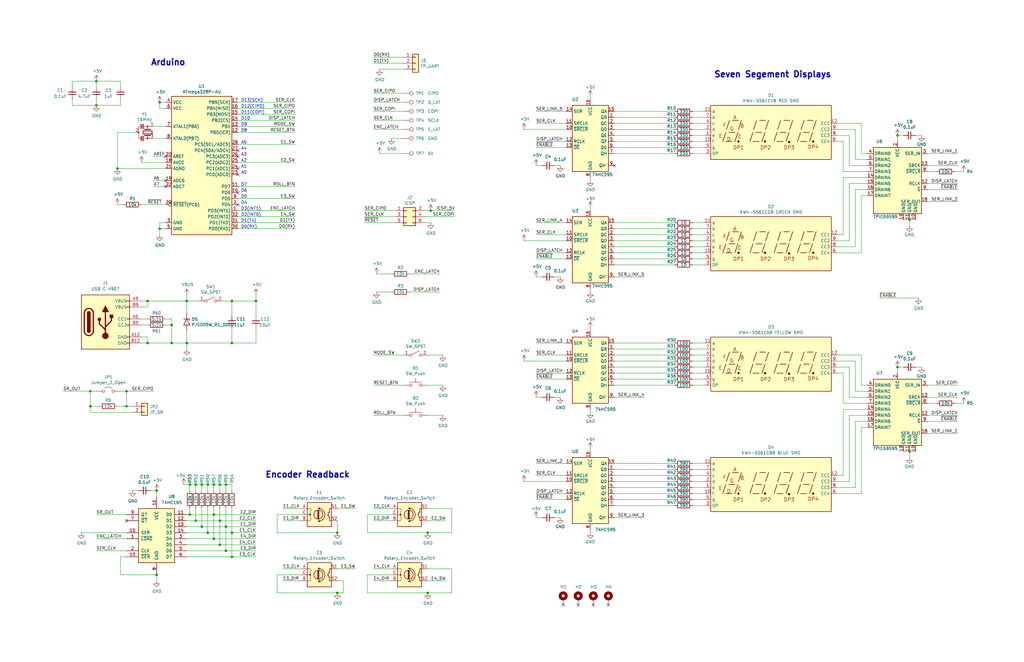
<source format=kicad_sch>
(kicad_sch (version 20231120) (generator "eeschema") (generator_version "8.0")
  (paper "USLedger")
  (title_block (title "Magic: The Gathering Life Counter") (date "2021-12-08") (rev "2.0") (company "Max Proskauer"))
  (junction (at 38.1 165.1))
  (junction (at 92.71 229.87))
  (junction (at 97.79 127))
  (junction (at 85.09 222.25))
  (junction (at 82.55 204.47))
  (junction (at 107.95 127))
  (junction (at 80.01 217.17))
  (junction (at 90.17 204.47))
  (junction (at 142.24 224.79))
  (junction (at 78.74 144.78))
  (junction (at 181.61 88.9))
  (junction (at 72.39 137.16))
  (junction (at 87.63 224.79))
  (junction (at 78.74 127))
  (junction (at 378.46 57.15))
  (junction (at 72.39 144.78))
  (junction (at 38.1 171.45))
  (junction (at 378.46 154.94))
  (junction (at 97.79 144.78))
  (junction (at 92.71 204.47))
  (junction (at 85.09 204.47))
  (junction (at 180.34 224.79))
  (junction (at 97.79 234.95))
  (junction (at 53.34 171.45))
  (junction (at 82.55 219.71))
  (junction (at 90.17 217.17))
  (junction (at 62.23 144.78))
  (junction (at 95.25 232.41))
  (junction (at 49.53 71.12))
  (junction (at 87.63 204.47))
  (junction (at 67.31 96.52))
  (junction (at 40.64 34.29))
  (junction (at 92.71 219.71))
  (junction (at 40.64 44.45))
  (junction (at 90.17 227.33))
  (junction (at 66.04 242.57))
  (junction (at 62.23 127))
  (junction (at 383.54 190.5))
  (junction (at 53.34 165.1))
  (junction (at 383.54 92.71))
  (junction (at 97.79 224.79))
  (junction (at 95.25 222.25))
  (junction (at 67.31 43.18))
  (junction (at 180.34 250.19))
  (junction (at 80.01 204.47))
  (junction (at 95.25 204.47))
  (junction (at 142.24 250.19))
  (junction (at 66.04 207.01))
  (no_connect (at 243.84 255.27))
  (no_connect (at 69.85 78.74))
  (no_connect (at 100.33 81.28))
  (no_connect (at 256.54 255.27))
  (no_connect (at 100.33 73.66))
  (no_connect (at 69.85 76.2))
  (no_connect (at 53.34 219.71))
  (no_connect (at 100.33 71.12))
  (no_connect (at 237.49 255.27))
  (no_connect (at 259.08 69.85))
  (no_connect (at 100.33 86.36))
  (no_connect (at 100.33 66.04))
  (no_connect (at 100.33 63.5))
  (no_connect (at 69.85 66.04))
  (no_connect (at 250.19 255.27))
  (wire (pts (xy 365.76 74.93) (xy 355.6 74.93)))
  (wire (pts (xy 358.14 69.85) (xy 365.76 69.85)))
  (wire (pts (xy 50.8 34.29) (xy 50.8 36.83)))
  (wire (pts (xy 292.1 59.69) (xy 297.18 59.69)))
  (wire (pts (xy 360.68 152.4) (xy 360.68 165.1)))
  (wire (pts (xy 40.64 34.29) (xy 40.64 36.83)))
  (wire (pts (xy 124.46 88.9) (xy 100.33 88.9)))
  (wire (pts (xy 142.24 214.63) (xy 149.86 214.63)))
  (wire (pts (xy 50.8 242.57) (xy 66.04 242.57)))
  (wire (pts (xy 226.06 210.82) (xy 238.76 210.82)))
  (wire (pts (xy 49.53 86.36) (xy 52.07 86.36)))
  (wire (pts (xy 30.48 34.29) (xy 40.64 34.29)))
  (wire (pts (xy 157.48 162.56) (xy 170.18 162.56)))
  (wire (pts (xy 353.06 104.14) (xy 360.68 104.14)))
  (wire (pts (xy 107.95 234.95) (xy 97.79 234.95)))
  (wire (pts (xy 259.08 205.74) (xy 284.48 205.74)))
  (wire (pts (xy 292.1 208.28) (xy 297.18 208.28)))
  (wire (pts (xy 80.01 204.47) (xy 80.01 207.01)))
  (wire (pts (xy 226.06 59.69) (xy 238.76 59.69)))
  (wire (pts (xy 50.8 41.91) (xy 50.8 44.45)))
  (wire (pts (xy 226.06 208.28) (xy 238.76 208.28)))
  (wire (pts (xy 97.79 224.79) (xy 107.95 224.79)))
  (wire (pts (xy 95.25 232.41) (xy 107.95 232.41)))
  (wire (pts (xy 226.06 52.07) (xy 238.76 52.07)))
  (wire (pts (xy 85.09 207.01) (xy 85.09 204.47)))
  (wire (pts (xy 154.94 242.57) (xy 165.1 242.57)))
  (wire (pts (xy 72.39 134.62) (xy 72.39 137.16)))
  (wire (pts (xy 41.91 171.45) (xy 38.1 171.45)))
  (wire (pts (xy 259.08 49.53) (xy 284.48 49.53)))
  (wire (pts (xy 62.23 127) (xy 62.23 129.54)))
  (wire (pts (xy 59.69 144.78) (xy 62.23 144.78)))
  (wire (pts (xy 259.08 46.99) (xy 284.48 46.99)))
  (wire (pts (xy 92.71 204.47) (xy 92.71 207.01)))
  (wire (pts (xy 259.08 109.22) (xy 284.48 109.22)))
  (wire (pts (xy 95.25 204.47) (xy 95.25 207.01)))
  (wire (pts (xy 80.01 204.47) (xy 82.55 204.47)))
  (wire (pts (xy 353.06 157.48) (xy 355.6 157.48)))
  (wire (pts (xy 107.95 138.43) (xy 107.95 144.78)))
  (wire (pts (xy 259.08 104.14) (xy 284.48 104.14)))
  (wire (pts (xy 92.71 219.71) (xy 92.71 229.87)))
  (wire (pts (xy 226.06 167.64) (xy 228.6 167.64)))
  (wire (pts (xy 355.6 74.93) (xy 355.6 99.06)))
  (wire (pts (xy 62.23 127) (xy 78.74 127)))
  (wire (pts (xy 259.08 154.94) (xy 284.48 154.94)))
  (wire (pts (xy 360.68 165.1) (xy 365.76 165.1)))
  (wire (pts (xy 77.47 204.47) (xy 80.01 204.47)))
  (wire (pts (xy 72.39 137.16) (xy 72.39 144.78)))
  (wire (pts (xy 144.78 245.11) (xy 144.78 250.19)))
  (wire (pts (xy 248.92 87.63) (xy 248.92 88.9)))
  (wire (pts (xy 124.46 78.74) (xy 100.33 78.74)))
  (wire (pts (xy 116.84 217.17) (xy 127 217.17)))
  (wire (pts (xy 119.38 214.63) (xy 127 214.63)))
  (wire (pts (xy 157.48 24.13) (xy 170.18 24.13)))
  (wire (pts (xy 50.8 44.45) (xy 40.64 44.45)))
  (wire (pts (xy 82.55 204.47) (xy 85.09 204.47)))
  (wire (pts (xy 157.48 240.03) (xy 165.1 240.03)))
  (wire (pts (xy 358.14 57.15) (xy 353.06 57.15)))
  (wire (pts (xy 353.06 101.6) (xy 358.14 101.6)))
  (wire (pts (xy 378.46 57.15) (xy 381 57.15)))
  (wire (pts (xy 226.06 62.23) (xy 238.76 62.23)))
  (wire (pts (xy 69.85 137.16) (xy 72.39 137.16)))
  (wire (pts (xy 78.74 124.46) (xy 78.74 127)))
  (wire (pts (xy 78.74 219.71) (xy 82.55 219.71)))
  (wire (pts (xy 180.34 175.26) (xy 186.69 175.26)))
  (wire (pts (xy 90.17 217.17) (xy 107.95 217.17)))
  (wire (pts (xy 90.17 204.47) (xy 92.71 204.47)))
  (wire (pts (xy 78.74 127) (xy 78.74 132.08)))
  (wire (pts (xy 353.06 200.66) (xy 355.6 200.66)))
  (wire (pts (xy 180.34 149.86) (xy 186.69 149.86)))
  (wire (pts (xy 358.14 167.64) (xy 365.76 167.64)))
  (wire (pts (xy 292.1 96.52) (xy 297.18 96.52)))
  (wire (pts (xy 64.77 53.34) (xy 69.85 53.34)))
  (wire (pts (xy 190.5 240.03) (xy 190.5 250.19)))
  (wire (pts (xy 38.1 165.1) (xy 26.67 165.1)))
  (wire (pts (xy 191.77 91.44) (xy 179.07 91.44)))
  (wire (pts (xy 248.92 223.52) (xy 248.92 224.79)))
  (wire (pts (xy 87.63 204.47) (xy 90.17 204.47)))
  (wire (pts (xy 40.64 165.1) (xy 38.1 165.1)))
  (wire (pts (xy 226.06 93.98) (xy 238.76 93.98)))
  (wire (pts (xy 271.78 167.64) (xy 259.08 167.64)))
  (wire (pts (xy 87.63 204.47) (xy 87.63 207.01)))
  (wire (pts (xy 160.02 64.77) (xy 170.18 64.77)))
  (wire (pts (xy 62.23 142.24) (xy 62.23 144.78)))
  (wire (pts (xy 160.02 29.21) (xy 170.18 29.21)))
  (wire (pts (xy 259.08 198.12) (xy 284.48 198.12)))
  (wire (pts (xy 259.08 116.84) (xy 271.78 116.84)))
  (wire (pts (xy 365.76 180.34) (xy 363.22 180.34)))
  (wire (pts (xy 406.4 72.39) (xy 402.59 72.39)))
  (wire (pts (xy 142.24 224.79) (xy 142.24 219.71)))
  (wire (pts (xy 67.31 96.52) (xy 67.31 93.98)))
  (wire (pts (xy 187.96 245.11) (xy 180.34 245.11)))
  (wire (pts (xy 292.1 106.68) (xy 297.18 106.68)))
  (wire (pts (xy 78.74 224.79) (xy 87.63 224.79)))
  (wire (pts (xy 220.98 152.4) (xy 238.76 152.4)))
  (wire (pts (xy 353.06 52.07) (xy 363.22 52.07)))
  (wire (pts (xy 259.08 203.2) (xy 284.48 203.2)))
  (wire (pts (xy 95.25 222.25) (xy 107.95 222.25)))
  (wire (pts (xy 153.67 88.9) (xy 166.37 88.9)))
  (wire (pts (xy 292.1 210.82) (xy 297.18 210.82)))
  (wire (pts (xy 97.79 204.47) (xy 97.79 207.01)))
  (wire (pts (xy 172.72 115.57) (xy 185.42 115.57)))
  (wire (pts (xy 87.63 224.79) (xy 97.79 224.79)))
  (wire (pts (xy 248.92 138.43) (xy 248.92 139.7)))
  (wire (pts (xy 378.46 57.15) (xy 378.46 59.69)))
  (wire (pts (xy 180.34 214.63) (xy 190.5 214.63)))
  (wire (pts (xy 292.1 144.78) (xy 297.18 144.78)))
  (wire (pts (xy 233.68 218.44) (xy 236.22 218.44)))
  (wire (pts (xy 100.33 43.18) (xy 124.46 43.18)))
  (wire (pts (xy 363.22 82.55) (xy 363.22 106.68)))
  (wire (pts (xy 259.08 200.66) (xy 284.48 200.66)))
  (wire (pts (xy 381 190.5) (xy 383.54 190.5)))
  (wire (pts (xy 363.22 64.77) (xy 365.76 64.77)))
  (wire (pts (xy 378.46 154.94) (xy 378.46 157.48)))
  (wire (pts (xy 107.95 229.87) (xy 92.71 229.87)))
  (wire (pts (xy 353.06 152.4) (xy 360.68 152.4)))
  (wire (pts (xy 355.6 172.72) (xy 355.6 200.66)))
  (wire (pts (xy 62.23 137.16) (xy 59.69 137.16)))
  (wire (pts (xy 40.64 34.29) (xy 50.8 34.29)))
  (wire (pts (xy 154.94 250.19) (xy 180.34 250.19)))
  (wire (pts (xy 93.98 127) (xy 97.79 127)))
  (wire (pts (xy 92.71 204.47) (xy 95.25 204.47)))
  (wire (pts (xy 64.77 76.2) (xy 69.85 76.2)))
  (wire (pts (xy 181.61 88.9) (xy 191.77 88.9)))
  (wire (pts (xy 59.69 86.36) (xy 69.85 86.36)))
  (wire (pts (xy 180.34 162.56) (xy 186.69 162.56)))
  (wire (pts (xy 259.08 210.82) (xy 284.48 210.82)))
  (wire (pts (xy 226.06 195.58) (xy 238.76 195.58)))
  (wire (pts (xy 259.08 144.78) (xy 284.48 144.78)))
  (wire (pts (xy 144.78 250.19) (xy 142.24 250.19)))
  (wire (pts (xy 386.08 92.71) (xy 383.54 92.71)))
  (wire (pts (xy 360.68 177.8) (xy 360.68 205.74)))
  (wire (pts (xy 226.06 106.68) (xy 238.76 106.68)))
  (wire (pts (xy 158.75 115.57) (xy 165.1 115.57)))
  (wire (pts (xy 142.24 245.11) (xy 144.78 245.11)))
  (wire (pts (xy 248.92 40.64) (xy 248.92 41.91)))
  (wire (pts (xy 292.1 52.07) (xy 297.18 52.07)))
  (wire (pts (xy 92.71 219.71) (xy 107.95 219.71)))
  (wire (pts (xy 116.84 217.17) (xy 116.84 224.79)))
  (wire (pts (xy 259.08 208.28) (xy 284.48 208.28)))
  (wire (pts (xy 403.86 64.77) (xy 391.16 64.77)))
  (wire (pts (xy 100.33 96.52) (xy 124.46 96.52)))
  (wire (pts (xy 97.79 224.79) (xy 97.79 234.95)))
  (wire (pts (xy 233.68 116.84) (xy 236.22 116.84)))
  (wire (pts (xy 116.84 224.79) (xy 142.24 224.79)))
  (wire (pts (xy 179.07 88.9) (xy 181.61 88.9)))
  (wire (pts (xy 259.08 62.23) (xy 284.48 62.23)))
  (wire (pts (xy 358.14 175.26) (xy 358.14 203.2)))
  (wire (pts (xy 383.54 92.71) (xy 383.54 95.25)))
  (wire (pts (xy 30.48 36.83) (xy 30.48 34.29)))
  (wire (pts (xy 95.25 214.63) (xy 95.25 222.25)))
  (wire (pts (xy 67.31 43.18) (xy 69.85 43.18)))
  (wire (pts (xy 119.38 240.03) (xy 127 240.03)))
  (wire (pts (xy 38.1 171.45) (xy 38.1 173.99)))
  (wire (pts (xy 378.46 154.94) (xy 381 154.94)))
  (wire (pts (xy 383.54 92.71) (xy 381 92.71)))
  (wire (pts (xy 40.64 217.17) (xy 53.34 217.17)))
  (wire (pts (xy 363.22 52.07) (xy 363.22 64.77)))
  (wire (pts (xy 67.31 93.98) (xy 69.85 93.98)))
  (wire (pts (xy 50.8 165.1) (xy 53.34 165.1)))
  (wire (pts (xy 259.08 213.36) (xy 284.48 213.36)))
  (wire (pts (xy 360.68 54.61) (xy 360.68 67.31)))
  (wire (pts (xy 238.76 101.6) (xy 220.98 101.6)))
  (wire (pts (xy 259.08 54.61) (xy 284.48 54.61)))
  (wire (pts (xy 170.18 26.67) (xy 157.48 26.67)))
  (wire (pts (xy 292.1 198.12) (xy 297.18 198.12)))
  (wire (pts (xy 259.08 111.76) (xy 284.48 111.76)))
  (wire (pts (xy 157.48 54.61) (xy 170.18 54.61)))
  (wire (pts (xy 292.1 157.48) (xy 297.18 157.48)))
  (wire (pts (xy 154.94 217.17) (xy 154.94 224.79)))
  (wire (pts (xy 292.1 205.74) (xy 297.18 205.74)))
  (wire (pts (xy 292.1 152.4) (xy 297.18 152.4)))
  (wire (pts (xy 124.46 83.82) (xy 100.33 83.82)))
  (wire (pts (xy 292.1 101.6) (xy 297.18 101.6)))
  (wire (pts (xy 391.16 69.85) (xy 403.86 69.85)))
  (wire (pts (xy 226.06 69.85) (xy 228.6 69.85)))
  (wire (pts (xy 40.64 44.45) (xy 40.64 41.91)))
  (wire (pts (xy 292.1 162.56) (xy 297.18 162.56)))
  (wire (pts (xy 100.33 68.58) (xy 124.46 68.58)))
  (wire (pts (xy 49.53 71.12) (xy 49.53 55.88)))
  (wire (pts (xy 67.31 43.18) (xy 67.31 45.72)))
  (wire (pts (xy 190.5 224.79) (xy 180.34 224.79)))
  (wire (pts (xy 292.1 64.77) (xy 297.18 64.77)))
  (wire (pts (xy 353.06 208.28) (xy 363.22 208.28)))
  (wire (pts (xy 100.33 91.44) (xy 124.46 91.44)))
  (wire (pts (xy 157.48 43.18) (xy 170.18 43.18)))
  (wire (pts (xy 78.74 234.95) (xy 97.79 234.95)))
  (wire (pts (xy 64.77 66.04) (xy 69.85 66.04)))
  (wire (pts (xy 59.69 142.24) (xy 62.23 142.24)))
  (wire (pts (xy 386.08 57.15) (xy 388.62 57.15)))
  (wire (pts (xy 403.86 177.8) (xy 391.16 177.8)))
  (wire (pts (xy 403.86 182.88) (xy 391.16 182.88)))
  (wire (pts (xy 358.14 154.94) (xy 358.14 167.64)))
  (wire (pts (xy 370.84 125.73) (xy 387.35 125.73)))
  (wire (pts (xy 365.76 172.72) (xy 355.6 172.72)))
  (wire (pts (xy 259.08 99.06) (xy 284.48 99.06)))
  (wire (pts (xy 100.33 48.26) (xy 124.46 48.26)))
  (wire (pts (xy 97.79 127) (xy 107.95 127)))
  (wire (pts (xy 233.68 167.64) (xy 236.22 167.64)))
  (wire (pts (xy 353.06 205.74) (xy 360.68 205.74)))
  (wire (pts (xy 292.1 104.14) (xy 297.18 104.14)))
  (wire (pts (xy 292.1 54.61) (xy 297.18 54.61)))
  (wire (pts (xy 67.31 99.06) (xy 67.31 96.52)))
  (wire (pts (xy 116.84 242.57) (xy 127 242.57)))
  (wire (pts (xy 90.17 227.33) (xy 107.95 227.33)))
  (wire (pts (xy 248.92 74.93) (xy 248.92 76.2)))
  (wire (pts (xy 292.1 154.94) (xy 297.18 154.94)))
  (wire (pts (xy 116.84 242.57) (xy 116.84 250.19)))
  (wire (pts (xy 259.08 147.32) (xy 284.48 147.32)))
  (wire (pts (xy 92.71 214.63) (xy 92.71 219.71)))
  (wire (pts (xy 355.6 59.69) (xy 355.6 72.39)))
  (wire (pts (xy 165.1 58.42) (xy 170.18 58.42)))
  (wire (pts (xy 63.5 207.01) (xy 66.04 207.01)))
  (wire (pts (xy 292.1 203.2) (xy 297.18 203.2)))
  (wire (pts (xy 259.08 162.56) (xy 284.48 162.56)))
  (wire (pts (xy 78.74 222.25) (xy 85.09 222.25)))
  (wire (pts (xy 78.74 229.87) (xy 92.71 229.87)))
  (wire (pts (xy 49.53 71.12) (xy 69.85 71.12)))
  (wire (pts (xy 85.09 214.63) (xy 85.09 222.25)))
  (wire (pts (xy 358.14 57.15) (xy 358.14 69.85)))
  (wire (pts (xy 292.1 200.66) (xy 297.18 200.66)))
  (wire (pts (xy 259.08 195.58) (xy 284.48 195.58)))
  (wire (pts (xy 59.69 68.58) (xy 69.85 68.58)))
  (wire (pts (xy 292.1 147.32) (xy 297.18 147.32)))
  (wire (pts (xy 406.4 170.18) (xy 402.59 170.18)))
  (wire (pts (xy 34.29 224.79) (xy 53.34 224.79)))
  (wire (pts (xy 165.1 123.19) (xy 158.75 123.19)))
  (wire (pts (xy 82.55 219.71) (xy 92.71 219.71)))
  (wire (pts (xy 365.76 82.55) (xy 363.22 82.55)))
  (wire (pts (xy 157.48 46.99) (xy 170.18 46.99)))
  (wire (pts (xy 90.17 214.63) (xy 90.17 217.17)))
  (wire (pts (xy 271.78 218.44) (xy 259.08 218.44)))
  (wire (pts (xy 142.24 240.03) (xy 149.86 240.03)))
  (wire (pts (xy 62.23 129.54) (xy 59.69 129.54)))
  (wire (pts (xy 403.86 80.01) (xy 391.16 80.01)))
  (wire (pts (xy 100.33 45.72) (xy 124.46 45.72)))
  (wire (pts (xy 49.53 171.45) (xy 53.34 171.45)))
  (wire (pts (xy 226.06 46.99) (xy 238.76 46.99)))
  (wire (pts (xy 55.88 207.01) (xy 58.42 207.01)))
  (wire (pts (xy 40.64 232.41) (xy 53.34 232.41)))
  (wire (pts (xy 49.53 55.88) (xy 57.15 55.88)))
  (wire (pts (xy 78.74 127) (xy 83.82 127)))
  (wire (pts (xy 391.16 170.18) (xy 394.97 170.18)))
  (wire (pts (xy 292.1 149.86) (xy 297.18 149.86)))
  (wire (pts (xy 85.09 222.25) (xy 95.25 222.25)))
  (wire (pts (xy 157.48 245.11) (xy 165.1 245.11)))
  (wire (pts (xy 226.06 109.22) (xy 238.76 109.22)))
  (wire (pts (xy 248.92 123.19) (xy 248.92 121.92)))
  (wire (pts (xy 180.34 240.03) (xy 190.5 240.03)))
  (wire (pts (xy 360.68 177.8) (xy 365.76 177.8)))
  (wire (pts (xy 30.48 44.45) (xy 40.64 44.45)))
  (wire (pts (xy 107.95 124.46) (xy 107.95 127)))
  (wire (pts (xy 87.63 214.63) (xy 87.63 224.79)))
  (wire (pts (xy 355.6 157.48) (xy 355.6 170.18)))
  (wire (pts (xy 226.06 116.84) (xy 228.6 116.84)))
  (wire (pts (xy 90.17 217.17) (xy 90.17 227.33)))
  (wire (pts (xy 116.84 250.19) (xy 142.24 250.19)))
  (wire (pts (xy 82.55 204.47) (xy 82.55 207.01)))
  (wire (pts (xy 226.06 218.44) (xy 228.6 218.44)))
  (wire (pts (xy 248.92 172.72) (xy 248.92 173.99)))
  (wire (pts (xy 154.94 217.17) (xy 165.1 217.17)))
  (wire (pts (xy 403.86 77.47) (xy 391.16 77.47)))
  (wire (pts (xy 226.06 149.86) (xy 238.76 149.86)))
  (wire (pts (xy 157.48 214.63) (xy 165.1 214.63)))
  (wire (pts (xy 69.85 96.52) (xy 67.31 96.52)))
  (wire (pts (xy 259.08 101.6) (xy 284.48 101.6)))
  (wire (pts (xy 72.39 144.78) (xy 62.23 144.78)))
  (wire (pts (xy 355.6 59.69) (xy 353.06 59.69)))
  (wire (pts (xy 248.92 189.23) (xy 248.92 190.5)))
  (wire (pts (xy 157.48 50.8) (xy 170.18 50.8)))
  (wire (pts (xy 358.14 77.47) (xy 358.14 101.6)))
  (wire (pts (xy 82.55 214.63) (xy 82.55 219.71)))
  (wire (pts (xy 353.06 99.06) (xy 355.6 99.06)))
  (wire (pts (xy 292.1 99.06) (xy 297.18 99.06)))
  (wire (pts (xy 119.38 245.11) (xy 127 245.11)))
  (wire (pts (xy 62.23 134.62) (xy 59.69 134.62)))
  (wire (pts (xy 226.06 99.06) (xy 238.76 99.06)))
  (wire (pts (xy 292.1 160.02) (xy 297.18 160.02)))
  (wire (pts (xy 40.64 227.33) (xy 53.34 227.33)))
  (wire (pts (xy 391.16 167.64) (xy 403.86 167.64)))
  (wire (pts (xy 358.14 175.26) (xy 365.76 175.26)))
  (wire (pts (xy 100.33 50.8) (xy 124.46 50.8)))
  (wire (pts (xy 66.04 242.57) (xy 66.04 245.11)))
  (wire (pts (xy 100.33 60.96) (xy 124.46 60.96)))
  (wire (pts (xy 78.74 232.41) (xy 95.25 232.41)))
  (wire (pts (xy 360.68 80.01) (xy 360.68 104.14)))
  (wire (pts (xy 233.68 69.85) (xy 236.22 69.85)))
  (wire (pts (xy 59.69 127) (xy 62.23 127)))
  (wire (pts (xy 220.98 54.61) (xy 238.76 54.61)))
  (wire (pts (xy 53.34 165.1) (xy 64.77 165.1)))
  (wire (pts (xy 53.34 165.1) (xy 53.34 171.45)))
  (wire (pts (xy 353.06 106.68) (xy 363.22 106.68)))
  (wire (pts (xy 226.06 200.66) (xy 238.76 200.66)))
  (wire (pts (xy 97.79 138.43) (xy 97.79 144.78)))
  (wire (pts (xy 391.16 162.56) (xy 403.86 162.56)))
  (wire (pts (xy 358.14 77.47) (xy 365.76 77.47)))
  (wire (pts (xy 154.94 224.79) (xy 180.34 224.79)))
  (wire (pts (xy 238.76 203.2) (xy 220.98 203.2)))
  (wire (pts (xy 259.08 52.07) (xy 284.48 52.07)))
  (wire (pts (xy 365.76 72.39) (xy 355.6 72.39)))
  (wire (pts (xy 64.77 78.74) (xy 69.85 78.74)))
  (wire (pts (xy 292.1 49.53) (xy 297.18 49.53)))
  (wire (pts (xy 292.1 57.15) (xy 297.18 57.15)))
  (wire (pts (xy 391.16 72.39) (xy 394.97 72.39)))
  (wire (pts (xy 181.61 93.98) (xy 179.07 93.98)))
  (wire (pts (xy 50.8 234.95) (xy 50.8 242.57)))
  (wire (pts (xy 38.1 173.99) (xy 55.88 173.99)))
  (wire (pts (xy 153.67 91.44) (xy 166.37 91.44)))
  (wire (pts (xy 157.48 219.71) (xy 165.1 219.71)))
  (wire (pts (xy 259.08 59.69) (xy 284.48 59.69)))
  (wire (pts (xy 30.48 41.91) (xy 30.48 44.45)))
  (wire (pts (xy 78.74 144.78) (xy 72.39 144.78)))
  (wire (pts (xy 226.06 144.78) (xy 238.76 144.78)))
  (wire (pts (xy 259.08 149.86) (xy 284.48 149.86)))
  (wire (pts (xy 365.76 170.18) (xy 355.6 170.18)))
  (wire (pts (xy 80.01 217.17) (xy 90.17 217.17)))
  (wire (pts (xy 157.48 39.37) (xy 170.18 39.37)))
  (wire (pts (xy 226.06 157.48) (xy 238.76 157.48)))
  (wire (pts (xy 353.06 154.94) (xy 358.14 154.94)))
  (wire (pts (xy 292.1 213.36) (xy 297.18 213.36)))
  (wire (pts (xy 69.85 134.62) (xy 72.39 134.62)))
  (wire (pts (xy 292.1 46.99) (xy 297.18 46.99)))
  (wire (pts (xy 259.08 57.15) (xy 284.48 57.15)))
  (wire (pts (xy 124.46 93.98) (xy 100.33 93.98)))
  (wire (pts (xy 180.34 219.71) (xy 187.96 219.71)))
  (wire (pts (xy 259.08 96.52) (xy 284.48 96.52)))
  (wire (pts (xy 64.77 58.42) (xy 69.85 58.42)))
  (wire (pts (xy 259.08 106.68) (xy 284.48 106.68)))
  (wire (pts (xy 97.79 127) (xy 97.79 133.35)))
  (wire (pts (xy 97.79 144.78) (xy 78.74 144.78)))
  (wire (pts (xy 95.25 204.47) (xy 97.79 204.47)))
  (wire (pts (xy 78.74 227.33) (xy 90.17 227.33)))
  (wire (pts (xy 292.1 62.23) (xy 297.18 62.23)))
  (wire (pts (xy 80.01 214.63) (xy 80.01 217.17)))
  (wire (pts (xy 97.79 144.78) (xy 107.95 144.78)))
  (wire (pts (xy 95.25 222.25) (xy 95.25 232.41)))
  (wire (pts (xy 97.79 214.63) (xy 97.79 224.79)))
  (wire (pts (xy 66.04 207.01) (xy 66.04 209.55)))
  (wire (pts (xy 190.5 250.19) (xy 180.34 250.19)))
  (wire (pts (xy 100.33 53.34) (xy 124.46 53.34)))
  (wire (pts (xy 85.09 204.47) (xy 87.63 204.47)))
  (wire (pts (xy 292.1 111.76) (xy 297.18 111.76)))
  (wire (pts (xy 353.06 203.2) (xy 358.14 203.2)))
  (wire (pts (xy 157.48 149.86) (xy 170.18 149.86)))
  (wire (pts (xy 383.54 190.5) (xy 383.54 193.04)))
  (wire (pts (xy 292.1 93.98) (xy 297.18 93.98)))
  (wire (pts (xy 259.08 64.77) (xy 284.48 64.77)))
  (wire (pts (xy 292.1 195.58) (xy 297.18 195.58)))
  (wire (pts (xy 119.38 219.71) (xy 127 219.71)))
  (wire (pts (xy 386.08 190.5) (xy 383.54 190.5)))
  (wire (pts (xy 157.48 175.26) (xy 170.18 175.26)))
  (wire (pts (xy 38.1 165.1) (xy 38.1 171.45)))
  (wire (pts (xy 154.94 242.57) (xy 154.94 250.19)))
  (wire (pts (xy 90.17 207.01) (xy 90.17 204.47)))
  (wire (pts (xy 363.22 149.86) (xy 363.22 162.56)))
  (wire (pts (xy 226.06 160.02) (xy 238.76 160.02)))
  (wire (pts (xy 67.31 45.72) (xy 69.85 45.72)))
  (wire (pts (xy 153.67 93.98) (xy 166.37 93.98)))
  (wire (pts (xy 259.08 152.4) (xy 284.48 152.4)))
  (wire (pts (xy 53.34 171.45) (xy 55.88 171.45)))
  (wire (pts (xy 53.34 234.95) (xy 50.8 234.95)))
  (wire (pts (xy 107.95 127) (xy 107.95 133.35)))
  (wire (pts (xy 259.08 160.02) (xy 284.48 160.02)))
  (wire (pts (xy 360.68 80.01) (xy 365.76 80.01)))
  (wire (pts (xy 363.22 180.34) (xy 363.22 208.28)))
  (wire (pts (xy 185.42 123.19) (xy 172.72 123.19)))
  (wire (pts (xy 100.33 55.88) (xy 124.46 55.88)))
  (wire (pts (xy 78.74 217.17) (xy 80.01 217.17)))
  (wire (pts (xy 360.68 67.31) (xy 365.76 67.31)))
  (wire (pts (xy 353.06 149.86) (xy 363.22 149.86)))
  (wire (pts (xy 78.74 144.78) (xy 78.74 147.32)))
  (wire (pts (xy 259.08 93.98) (xy 284.48 93.98)))
  (wire (pts (xy 363.22 162.56) (xy 365.76 162.56)))
  (wire (pts (xy 190.5 214.63) (xy 190.5 224.79)))
  (wire (pts (xy 292.1 109.22) (xy 297.18 109.22)))
  (wire (pts (xy 259.08 157.48) (xy 284.48 157.48)))
  (wire (pts (xy 360.68 54.61) (xy 353.06 54.61)))
  (wire (pts (xy 403.86 85.09) (xy 391.16 85.09)))
  (wire (pts (xy 78.74 139.7) (xy 78.74 144.78)))
  (wire (pts (xy 386.08 154.94) (xy 388.62 154.94)))
  (wire (pts (xy 403.86 175.26) (xy 391.16 175.26)))
  (text "D0(RX)" (at 101.6 96.52 0) (effects (font (size 1.27 1.27)) (justify left bottom)))
  (text "D2(INT0)" (at 101.6 91.44 0) (effects (font (size 1.27 1.27)) (justify left bottom)))
  (text "A3" (at 101.6 66.04 0) (effects (font (size 1.27 1.27)) (justify left bottom)))
  (text "A1" (at 101.6 71.12 0) (effects (font (size 1.27 1.27)) (justify left bottom)))
  (text "D9" (at 101.6 53.34 0) (effects (font (size 1.27 1.27)) (justify left bottom)))
  (text "A5" (at 101.6 60.96 0) (effects (font (size 1.27 1.27)) (justify left bottom)))
  (text "Seven Segement Displays" (at 300.99 33.02 0) (effects (font (size 2.54 2.54) (thickness 0.508) (bold yes)) (justify left bottom)))
  (text "Encoder Readback" (at 111.76 201.93 0) (effects (font (size 2.54 2.54) (thickness 0.508) (bold yes)) (justify left bottom)))
  (text "D12(CIPO)" (at 101.6 45.72 0) (effects (font (size 1.27 1.27)) (justify left bottom)))
  (text "D8" (at 101.6 55.88 0) (effects (font (size 1.27 1.27)) (justify left bottom)))
  (text "D6" (at 101.6 81.28 0) (effects (font (size 1.27 1.27)) (justify left bottom)))
  (text "Arduino" (at 63.5 27.94 0) (effects (font (size 2.54 2.54) (thickness 0.508) (bold yes)) (justify left bottom)))
  (text "D3(INT1)" (at 101.6 88.9 0) (effects (font (size 1.27 1.27)) (justify left bottom)))
  (text "D5" (at 101.6 83.82 0) (effects (font (size 1.27 1.27)) (justify left bottom)))
  (text "A0" (at 101.6 73.66 0) (effects (font (size 1.27 1.27)) (justify left bottom)))
  (text "D4" (at 101.6 86.36 0) (effects (font (size 1.27 1.27)) (justify left bottom)))
  (text "D1(TX)" (at 101.6 93.98 0) (effects (font (size 1.27 1.27)) (justify left bottom)))
  (text "D7" (at 101.6 78.74 0) (effects (font (size 1.27 1.27)) (justify left bottom)))
  (text "A4" (at 101.6 63.5 0) (effects (font (size 1.27 1.27)) (justify left bottom)))
  (text "D10" (at 101.6 50.8 0) (effects (font (size 1.27 1.27)) (justify left bottom)))
  (text "D13(SCK)" (at 101.6 43.18 0) (effects (font (size 1.27 1.27)) (justify left bottom)))
  (text "D11(COPI)" (at 101.6 48.26 0) (effects (font (size 1.27 1.27)) (justify left bottom)))
  (text "A2" (at 101.6 68.58 0) (effects (font (size 1.27 1.27)) (justify left bottom)))
  (label "E4_CLK" (at 157.48 240.03 0))
  (label "~{ENABLE}" (at 226.06 109.22 0))
  (label "SER_LINK_4" (at 226.06 93.98 0))
  (label "ROLL_BTN" (at 157.48 175.26 0))
  (label "SER_CIPO" (at 124.46 45.72 180))
  (label "SR_OUT" (at 40.64 217.17 0))
  (label "SER_CIPO" (at 157.48 39.37 0))
  (label "MODE_SW" (at 157.48 149.86 0))
  (label "D0(RX)" (at 124.46 96.52 180))
  (label "E4_SW" (at 124.46 91.44 180))
  (label "SER_CLK" (at 226.06 52.07 0))
  (label "E3_CLK" (at 119.38 240.03 0))
  (label "D1(TX)" (at 124.46 93.98 180))
  (label "E1_CLK" (at 107.95 224.79 180))
  (label "E2_CLK" (at 157.48 214.63 0))
  (label "~{ENABLE}" (at 226.06 210.82 0))
  (label "ENC_LATCH" (at 185.42 115.57 180))
  (label "SER_CLK" (at 403.86 167.64 180))
  (label "DISP_LATCH" (at 124.46 50.8 180))
  (label "SER_LINK_2" (at 403.86 85.09 180))
  (label "MODE_SW" (at 124.46 53.34 180))
  (label "ENC_LATCH" (at 40.64 227.33 0))
  (label "E1_SW" (at 149.86 214.63 180))
  (label "DISP_LATCH" (at 157.48 43.18 0))
  (label "SER_CLK" (at 226.06 99.06 0))
  (label "SER_CLK" (at 403.86 69.85 180))
  (label "SER_CLK" (at 124.46 43.18 180))
  (label "A7" (at 64.77 78.74 0))
  (label "SER_LINK_1" (at 403.86 64.77 180))
  (label "RESET_BTN" (at 157.48 162.56 0))
  (label "E2_SW" (at 187.96 219.71 180))
  (label "E1_SW" (at 124.46 60.96 180))
  (label "E3_CLK" (at 107.95 234.95 180))
  (label "AREF" (at 64.77 66.04 0))
  (label "D1(TX)" (at 157.48 26.67 0))
  (label "E1_CLK" (at 119.38 214.63 0))
  (label "SER_CLK" (at 226.06 149.86 0))
  (label "E1_DIR" (at 107.95 222.25 180))
  (label "SER_CLK" (at 153.67 91.44 0))
  (label "ENC_LATCH" (at 157.48 54.61 0))
  (label "A6" (at 64.77 76.2 0))
  (label "DISP_LATCH" (at 226.06 157.48 0))
  (label "RESET_BTN" (at 124.46 55.88 180))
  (label "SER_LINK_2" (at 226.06 195.58 0))
  (label "SER_CLK" (at 226.06 200.66 0))
  (label "E4_SW" (at 187.96 245.11 180))
  (label "DISP_LATCH" (at 226.06 106.68 0))
  (label "E3_SW" (at 149.86 240.03 180))
  (label "~{RESET}" (at 62.23 86.36 0))
  (label "E4_CLK" (at 107.95 229.87 180))
  (label "~{ENABLE}" (at 226.06 62.23 0))
  (label "E1_DIR" (at 119.38 219.71 0))
  (label "E2_SW" (at 124.46 68.58 180))
  (label "E2_DIR" (at 157.48 219.71 0))
  (label "SER_LINK_5" (at 271.78 116.84 180))
  (label "SER_CLK" (at 157.48 50.8 0))
  (label "SER_COPI" (at 191.77 91.44 180))
  (label "SER_LINK_4" (at 271.78 167.64 180))
  (label "ROLL_BTN" (at 124.46 78.74 180))
  (label "E4_DIR" (at 107.95 227.33 180))
  (label "E2_DIR" (at 107.95 217.17 180))
  (label "SER_COPI" (at 124.46 48.26 180))
  (label "~{ENABLE}" (at 226.06 160.02 0))
  (label "~{ENABLE}" (at 403.86 177.8 180))
  (label "SER_COPI" (at 157.48 46.99 0))
  (label "SER_LINK_3" (at 271.78 218.44 180))
  (label "E3_DIR" (at 107.95 232.41 180))
  (label "DISP_LATCH" (at 226.06 208.28 0))
  (label "E2_CLK" (at 107.95 219.71 180))
  (label "ENC_LATCH" (at 124.46 88.9 180))
  (label "SR_OUT" (at 26.67 165.1 0))
  (label "SER_LINK_1" (at 403.86 182.88 180))
  (label "DISP_LATCH" (at 403.86 77.47 180))
  (label "SER_COPI" (at 403.86 162.56 180))
  (label "~{ENABLE}" (at 370.84 125.73 0))
  (label "E3_SW" (at 124.46 83.82 180))
  (label "DISP_LATCH" (at 403.86 175.26 180))
  (label "ICSP_5V" (at 191.77 88.9 180))
  (label "~{RESET}" (at 153.67 93.98 0))
  (label "SER_LINK_3" (at 226.06 144.78 0))
  (label "D0(RX)" (at 157.48 24.13 0))
  (label "~{ENABLE}" (at 403.86 80.01 180))
  (label "SER_CIPO" (at 64.77 165.1 180))
  (label "SER_CLK" (at 40.64 232.41 0))
  (label "SER_LINK_5" (at 226.06 46.99 0))
  (label "E4_DIR" (at 157.48 245.11 0))
  (label "E3_DIR" (at 119.38 245.11 0))
  (label "DISP_LATCH" (at 226.06 59.69 0))
  (label "SER_CIPO" (at 153.67 88.9 0))
  (label "DISP_LATCH" (at 185.42 123.19 180))
  (symbol (lib_id "Switch:SW_Push") (at 175.26 162.56 0) (unit 1)
    (property "Reference" "B1" (at 175.26 155.321 0))
    (property "Value" "SW_Push" (at 175.26 157.6324 0))
    (property "Footprint" "mtg_life_counter:B3F_12mm" (effects (hide yes)))
  )
  (symbol (lib_id "74xx:74HC595") (at 248.92 57.15 0) (unit 1)
    (property "Reference" "U2" (at 242.57 41.91 0))
    (property "Value" "74HC595" (at 254 73.66 0))
    (property "Footprint" "Package_SO:SOIC-16_3.9x9.9mm_P1.27mm" (effects (hide yes)))
    (property "Datasheet" "http://www.ti.com/lit/ds/symlink/sn74hc595.pdf" (effects (hide yes)))
  )
  (symbol (lib_id "mtg_life_counter-rescue:+5V-power") (at 77.47 204.47 0) (unit 1)
    (property "Reference" "#PWR029" (effects (hide yes)))
    (property "Value" "+5V" (at 76.2 200.66 0))
  )
  (symbol (lib_id "mtg_life_counter-rescue:+5V-power") (at 66.04 207.01 0) (unit 1)
    (property "Reference" "#PWR023" (effects (hide yes)))
    (property "Value" "+5V" (at 66.421 202.6158 0))
  )
  (symbol (lib_id "Device:C_Small") (at 60.96 207.01 270) (unit 1)
    (property "Reference" "C10" (at 60.96 201.1934 90))
    (property "Value" "0.1uF" (at 60.96 203.5048 90))
    (property "Footprint" "Capacitor_SMD:C_0805_2012Metric_Pad1.15x1.40mm_HandSolder" (effects (hide yes)))
  )
  (symbol (lib_id "mtg_life_counter-rescue:GND-power") (at 55.88 207.01 0) (unit 1)
    (property "Reference" "#PWR020" (effects (hide yes)))
    (property "Value" "GND" (at 56.007 211.4042 0))
  )
  (symbol (lib_id "Mechanical:MountingHole_Pad") (at 237.49 252.73 0) (unit 1)
    (property "Reference" "H1" (at 236.22 247.65 0) (effects (justify left)))
    (property "Value" "MountingHole_Pad" (effects (hide yes)))
    (property "Footprint" "MountingHole:MountingHole_3.2mm_M3_Pad_Via" (effects (hide yes)))
  )
  (symbol (lib_id "Mechanical:MountingHole_Pad") (at 256.54 252.73 0) (unit 1)
    (property "Reference" "H4" (at 255.27 247.65 0) (effects (justify left)))
    (property "Value" "MountingHole_Pad" (effects (hide yes)))
    (property "Footprint" "MountingHole:MountingHole_3.2mm_M3_Pad_Via" (effects (hide yes)))
  )
  (symbol (lib_id "Mechanical:MountingHole_Pad") (at 250.19 252.73 0) (unit 1)
    (property "Reference" "H3" (at 248.92 247.65 0) (effects (justify left)))
    (property "Value" "MountingHole_Pad" (effects (hide yes)))
    (property "Footprint" "MountingHole:MountingHole_3.2mm_M3_Pad_Via" (effects (hide yes)))
  )
  (symbol (lib_id "Mechanical:MountingHole_Pad") (at 243.84 252.73 0) (unit 1)
    (property "Reference" "H2" (at 242.57 247.65 0) (effects (justify left)))
    (property "Value" "MountingHole_Pad" (effects (hide yes)))
    (property "Footprint" "MountingHole:MountingHole_3.2mm_M3_Pad_Via" (effects (hide yes)))
  )
  (symbol (lib_id "mtg_life_counter-rescue:GND-power") (at 186.69 149.86 0) (unit 1)
    (property "Reference" "#PWR03" (effects (hide yes)))
    (property "Value" "GND" (at 186.817 154.2542 0))
  )
  (symbol (lib_id "mtg_life_counter:ATmega328P-AU") (at 85.09 69.85 0) (unit 1)
    (property "Reference" "U1" (at 85.09 36.3982 0))
    (property "Value" "ATmega328P-AU" (at 85.09 38.7096 0))
    (property "Footprint" "Package_QFP:TQFP-32_7x7mm_P0.8mm" (effects (hide yes)))
    (property "Datasheet" "http://ww1.microchip.com/downloads/en/DeviceDoc/ATmega328_P%20AVR%20MCU%20with%20picoPower%20Technology%20Data%20Sheet%2040001984A.pdf" (effects (hide yes)))
  )
  (symbol (lib_id "mtg_life_counter-rescue:GND-power") (at 78.74 147.32 0) (unit 1)
    (property "Reference" "#PWR0101" (effects (hide yes)))
    (property "Value" "GND" (at 78.867 151.7142 0))
  )
  (symbol (lib_id "mtg_life_counter-rescue:GND-power") (at 67.31 99.06 0) (unit 1)
    (property "Reference" "#PWR0107" (effects (hide yes)))
    (property "Value" "GND" (at 67.437 103.4542 0))
  )
  (symbol (lib_id "mtg_life_counter-rescue:GND-power") (at 49.53 71.12 0) (unit 1)
    (property "Reference" "#PWR0108" (effects (hide yes)))
    (property "Value" "GND" (at 49.657 75.5142 0))
  )
  (symbol (lib_id "mtg_life_counter-rescue:Rotary_Encoder_Switch-Device") (at 134.62 217.17 0) (unit 1)
    (property "Reference" "E1" (at 134.62 207.8482 0))
    (property "Value" "Rotary_Encoder_Switch" (at 134.62 210.1596 0))
    (property "Footprint" "mtg_life_counter:TT_EN11-HSB" (effects (hide yes)))
  )
  (symbol (lib_id "Switch:SW_SPST") (at 88.9 127 0) (unit 1)
    (property "Reference" "SW1" (at 88.9 121.031 0))
    (property "Value" "SW_SPST" (at 88.9 123.3424 0))
    (property "Footprint" "Button_Switch_THT:SW_Slide_1P2T_CK_OS102011MS2Q" (effects (hide yes)))
  )
  (symbol (lib_id "74xx:74HC595") (at 248.92 154.94 0) (unit 1)
    (property "Reference" "U4" (at 242.57 139.7 0))
    (property "Value" "74HC595" (at 255.27 172.72 0))
    (property "Footprint" "Package_SO:SOIC-16_3.9x9.9mm_P1.27mm" (effects (hide yes)))
    (property "Datasheet" "http://www.ti.com/lit/ds/symlink/sn74hc595.pdf" (effects (hide yes)))
  )
  (symbol (lib_id "mtg_life_counter-rescue:+5V-power") (at 67.31 43.18 0) (unit 1)
    (property "Reference" "#PWR0109" (effects (hide yes)))
    (property "Value" "+5V" (at 67.691 38.7858 0))
  )
  (symbol (lib_id "mtg_life_counter-rescue:+5V-power") (at 59.69 68.58 0) (unit 1)
    (property "Reference" "#PWR0110" (effects (hide yes)))
    (property "Value" "+5V" (at 60.071 64.1858 0))
  )
  (symbol (lib_id "74xx:74HC595") (at 248.92 104.14 0) (unit 1)
    (property "Reference" "U3" (at 242.57 88.9 0))
    (property "Value" "74HC595" (at 254 120.65 0))
    (property "Footprint" "Package_SO:SOIC-16_3.9x9.9mm_P1.27mm" (effects (hide yes)))
    (property "Datasheet" "http://www.ti.com/lit/ds/symlink/sn74hc595.pdf" (effects (hide yes)))
  )
  (symbol (lib_id "mtg_life_counter-rescue:+5V-power") (at 107.95 124.46 0) (unit 1)
    (property "Reference" "#PWR02" (effects (hide yes)))
    (property "Value" "+5V" (at 108.331 120.0658 0))
  )
  (symbol (lib_id "Device:R") (at 398.78 72.39 90) (unit 1)
    (property "Reference" "R4" (at 408.94 72.39 90))
    (property "Value" "10k" (at 398.78 72.39 90))
    (property "Footprint" "Resistor_SMD:R_0805_2012Metric_Pad1.15x1.40mm_HandSolder" (effects (hide yes)))
  )
  (symbol (lib_id "mtg_life_counter-rescue:+5V-power") (at 406.4 72.39 0) (unit 1)
    (property "Reference" "#PWR0103" (effects (hide yes)))
    (property "Value" "+5V" (at 406.781 67.9958 0))
  )
  (symbol (lib_id "mtg_life_counter-rescue:+5V-power") (at 378.46 57.15 0) (unit 1)
    (property "Reference" "#PWR0104" (effects (hide yes)))
    (property "Value" "+5V" (at 378.841 52.7558 0))
  )
  (symbol (lib_id "mtg_life_counter-rescue:GND-power") (at 388.62 57.15 0) (unit 1)
    (property "Reference" "#PWR0105" (effects (hide yes)))
    (property "Value" "GND" (at 388.62 60.96 0))
  )
  (symbol (lib_id "Device:C_Small") (at 383.54 57.15 270) (unit 1)
    (property "Reference" "C8" (at 383.54 51.3334 90))
    (property "Value" "0.1uF" (at 383.54 53.6448 90))
    (property "Footprint" "Capacitor_SMD:C_0805_2012Metric_Pad1.15x1.40mm_HandSolder" (effects (hide yes)))
  )
  (symbol (lib_id "mtg_life_counter-rescue:GND-power") (at 383.54 95.25 0) (unit 1)
    (property "Reference" "#PWR0106" (effects (hide yes)))
    (property "Value" "GND" (at 383.54 99.06 0))
  )
  (symbol (lib_id "74xx:74HC595") (at 248.92 205.74 0) (unit 1)
    (property "Reference" "U5" (at 242.57 190.5 0))
    (property "Value" "74HC595" (at 255.27 223.52 0))
    (property "Footprint" "Package_SO:SOIC-16_3.9x9.9mm_P1.27mm" (effects (hide yes)))
    (property "Datasheet" "http://www.ti.com/lit/ds/symlink/sn74hc595.pdf" (effects (hide yes)))
  )
  (symbol (lib_id "Device:R") (at 55.88 86.36 270) (unit 1)
    (property "Reference" "R1" (at 55.88 83.82 90))
    (property "Value" "10k" (at 55.88 86.36 90))
    (property "Footprint" "Resistor_SMD:R_0805_2012Metric_Pad1.15x1.40mm_HandSolder" (effects (hide yes)))
  )
  (symbol (lib_id "mtg_life_counter-rescue:+5V-power") (at 248.92 40.64 0) (unit 1)
    (property "Reference" "#PWR06" (effects (hide yes)))
    (property "Value" "+5V" (at 248.92 36.83 0))
  )
  (symbol (lib_id "Device:C_Small") (at 231.14 69.85 270) (unit 1)
    (property "Reference" "C4" (at 231.14 66.04 90))
    (property "Value" "0.1uF" (at 236.22 67.31 90))
    (property "Footprint" "Capacitor_SMD:C_0805_2012Metric_Pad1.15x1.40mm_HandSolder" (effects (hide yes)))
  )
  (symbol (lib_id "mtg_life_counter-rescue:GND-power") (at 236.22 69.85 0) (unit 1)
    (property "Reference" "#PWR010" (effects (hide yes)))
    (property "Value" "GND" (at 236.347 74.2442 0))
  )
  (symbol (lib_id "mtg_life_counter-rescue:GND-power") (at 142.24 224.79 0) (unit 1)
    (property "Reference" "#PWR0111" (effects (hide yes)))
    (property "Value" "GND" (at 142.367 229.1842 0))
  )
  (symbol (lib_id "mtg_life_counter-rescue:GND-power") (at 248.92 76.2 0) (unit 1)
    (property "Reference" "#PWR07" (effects (hide yes)))
    (property "Value" "GND" (at 248.92 80.01 0))
  )
  (symbol (lib_id "mtg_life_counter-rescue:Rotary_Encoder_Switch-Device") (at 172.72 217.17 0) (unit 1)
    (property "Reference" "E2" (at 172.72 207.8482 0))
    (property "Value" "Rotary_Encoder_Switch" (at 172.72 210.1596 0))
    (property "Footprint" "mtg_life_counter:TT_EN11-HSB" (effects (hide yes)))
  )
  (symbol (lib_id "mtg_life_counter-rescue:GND-power") (at 180.34 224.79 0) (unit 1)
    (property "Reference" "#PWR0112" (effects (hide yes)))
    (property "Value" "GND" (at 180.467 229.1842 0))
  )
  (symbol (lib_id "mtg_life_counter-rescue:Rotary_Encoder_Switch-Device") (at 134.62 242.57 0) (unit 1)
    (property "Reference" "E3" (at 134.62 233.2482 0))
    (property "Value" "Rotary_Encoder_Switch" (at 134.62 235.5596 0))
    (property "Footprint" "mtg_life_counter:TT_EN11-HSB" (effects (hide yes)))
  )
  (symbol (lib_id "mtg_life_counter-rescue:GND-power") (at 142.24 250.19 0) (unit 1)
    (property "Reference" "#PWR0113" (effects (hide yes)))
    (property "Value" "GND" (at 142.367 254.5842 0))
  )
  (symbol (lib_id "mtg_life_counter-rescue:+5V-power") (at 248.92 138.43 0) (unit 1)
    (property "Reference" "#PWR08" (effects (hide yes)))
    (property "Value" "+5V" (at 248.92 134.62 0))
  )
  (symbol (lib_id "Device:C_Small") (at 231.14 167.64 270) (unit 1)
    (property "Reference" "C6" (at 231.14 163.83 90))
    (property "Value" "0.1uF" (at 236.22 165.1 90))
    (property "Footprint" "Capacitor_SMD:C_0805_2012Metric_Pad1.15x1.40mm_HandSolder" (effects (hide yes)))
  )
  (symbol (lib_id "mtg_life_counter-rescue:GND-power") (at 236.22 167.64 0) (unit 1)
    (property "Reference" "#PWR011" (effects (hide yes)))
    (property "Value" "GND" (at 236.347 172.0342 0))
  )
  (symbol (lib_id "mtg_life_counter-rescue:Rotary_Encoder_Switch-Device") (at 172.72 242.57 0) (unit 1)
    (property "Reference" "E4" (at 172.72 233.2482 0))
    (property "Value" "Rotary_Encoder_Switch" (at 172.72 235.5596 0))
    (property "Footprint" "mtg_life_counter:TT_EN11-HSB" (effects (hide yes)))
  )
  (symbol (lib_id "mtg_life_counter-rescue:GND-power") (at 180.34 250.19 0) (unit 1)
    (property "Reference" "#PWR0114" (effects (hide yes)))
    (property "Value" "GND" (at 180.467 254.5842 0))
  )
  (symbol (lib_id "mtg_life_counter-rescue:GND-power") (at 248.92 173.99 0) (unit 1)
    (property "Reference" "#PWR09" (effects (hide yes)))
    (property "Value" "GND" (at 248.92 177.8 0))
  )
  (symbol (lib_id "Device:R") (at 87.63 210.82 180) (unit 1)
    (property "Reference" "R50" (at 87.63 201.93 90))
    (property "Value" "10k" (at 87.63 210.82 90))
    (property "Footprint" "Resistor_SMD:R_0805_2012Metric_Pad1.15x1.40mm_HandSolder" (effects (hide yes)))
  )
  (symbol (lib_id "mtg_life_counter-rescue:+5V-power") (at 49.53 86.36 0) (unit 1)
    (property "Reference" "#PWR0120" (effects (hide yes)))
    (property "Value" "+5V" (at 49.911 81.9658 0))
  )
  (symbol (lib_id "Device:R") (at 85.09 210.82 180) (unit 1)
    (property "Reference" "R51" (at 85.09 201.93 90))
    (property "Value" "10k" (at 85.09 210.82 90))
    (property "Footprint" "Resistor_SMD:R_0805_2012Metric_Pad1.15x1.40mm_HandSolder" (effects (hide yes)))
  )
  (symbol (lib_id "Device:R") (at 82.55 210.82 180) (unit 1)
    (property "Reference" "R52" (at 82.55 201.93 90))
    (property "Value" "10k" (at 82.55 210.82 90))
    (property "Footprint" "Resistor_SMD:R_0805_2012Metric_Pad1.15x1.40mm_HandSolder" (effects (hide yes)))
  )
  (symbol (lib_id "Device:R") (at 80.01 210.82 180) (unit 1)
    (property "Reference" "R53" (at 80.01 201.93 90))
    (property "Value" "10k" (at 80.01 210.82 90))
    (property "Footprint" "Resistor_SMD:R_0805_2012Metric_Pad1.15x1.40mm_HandSolder" (effects (hide yes)))
  )
  (symbol (lib_id "Device:R") (at 97.79 210.82 180) (unit 1)
    (property "Reference" "R54" (at 97.79 201.93 90))
    (property "Value" "10k" (at 97.79 210.82 90))
    (property "Footprint" "Resistor_SMD:R_0805_2012Metric_Pad1.15x1.40mm_HandSolder" (effects (hide yes)))
  )
  (symbol (lib_id "Device:R") (at 95.25 210.82 180) (unit 1)
    (property "Reference" "R55" (at 95.25 201.93 90))
    (property "Value" "10k" (at 95.25 210.82 90))
    (property "Footprint" "Resistor_SMD:R_0805_2012Metric_Pad1.15x1.40mm_HandSolder" (effects (hide yes)))
  )
  (symbol (lib_id "Device:R") (at 92.71 210.82 180) (unit 1)
    (property "Reference" "R56" (at 92.71 201.93 90))
    (property "Value" "10k" (at 92.71 210.82 90))
    (property "Footprint" "Resistor_SMD:R_0805_2012Metric_Pad1.15x1.40mm_HandSolder" (effects (hide yes)))
  )
  (symbol (lib_id "Device:R") (at 90.17 210.82 180) (unit 1)
    (property "Reference" "R57" (at 90.17 201.93 90))
    (property "Value" "10k" (at 90.17 210.82 90))
    (property "Footprint" "Resistor_SMD:R_0805_2012Metric_Pad1.15x1.40mm_HandSolder" (effects (hide yes)))
  )
  (symbol (lib_id "Device:R") (at 288.29 195.58 90) (unit 1)
    (property "Reference" "R40" (at 283.21 194.31 90))
    (property "Value" "390" (at 288.29 195.58 90))
    (property "Footprint" "Resistor_SMD:R_0805_2012Metric_Pad1.15x1.40mm_HandSolder" (effects (hide yes)))
  )
  (symbol (lib_id "Device:R") (at 288.29 198.12 90) (unit 1)
    (property "Reference" "R41" (at 283.21 196.85 90))
    (property "Value" "390" (at 288.29 198.12 90))
    (property "Footprint" "Resistor_SMD:R_0805_2012Metric_Pad1.15x1.40mm_HandSolder" (effects (hide yes)))
  )
  (symbol (lib_id "Device:R") (at 288.29 200.66 90) (unit 1)
    (property "Reference" "R42" (at 283.21 199.39 90))
    (property "Value" "390" (at 288.29 200.66 90))
    (property "Footprint" "Resistor_SMD:R_0805_2012Metric_Pad1.15x1.40mm_HandSolder" (effects (hide yes)))
  )
  (symbol (lib_id "mtg_life_counter-rescue:GND-power") (at 248.92 123.19 0) (unit 1)
    (property "Reference" "#PWR0122" (effects (hide yes)))
    (property "Value" "GND" (at 248.92 127 0))
  )
  (symbol (lib_id "Device:R") (at 288.29 203.2 90) (unit 1)
    (property "Reference" "R43" (at 283.21 201.93 90))
    (property "Value" "390" (at 288.29 203.2 90))
    (property "Footprint" "Resistor_SMD:R_0805_2012Metric_Pad1.15x1.40mm_HandSolder" (effects (hide yes)))
  )
  (symbol (lib_id "Device:R") (at 288.29 205.74 90) (unit 1)
    (property "Reference" "R44" (at 283.21 204.47 90))
    (property "Value" "390" (at 288.29 205.74 90))
    (property "Footprint" "Resistor_SMD:R_0805_2012Metric_Pad1.15x1.40mm_HandSolder" (effects (hide yes)))
  )
  (symbol (lib_id "Device:R") (at 288.29 208.28 90) (unit 1)
    (property "Reference" "R45" (at 283.21 207.01 90))
    (property "Value" "390" (at 288.29 208.28 90))
    (property "Footprint" "Resistor_SMD:R_0805_2012Metric_Pad1.15x1.40mm_HandSolder" (effects (hide yes)))
  )
  (symbol (lib_id "mtg_life_counter-rescue:GND-power") (at 248.92 224.79 0) (unit 1)
    (property "Reference" "#PWR0123" (effects (hide yes)))
    (property "Value" "GND" (at 248.92 228.6 0))
  )
  (symbol (lib_id "Device:R") (at 288.29 210.82 90) (unit 1)
    (property "Reference" "R46" (at 283.21 209.55 90))
    (property "Value" "390" (at 288.29 210.82 90))
    (property "Footprint" "Resistor_SMD:R_0805_2012Metric_Pad1.15x1.40mm_HandSolder" (effects (hide yes)))
  )
  (symbol (lib_id "Device:R") (at 288.29 213.36 90) (unit 1)
    (property "Reference" "R47" (at 283.21 212.09 90))
    (property "Value" "390" (at 288.29 213.36 90))
    (property "Footprint" "Resistor_SMD:R_0805_2012Metric_Pad1.15x1.40mm_HandSolder" (effects (hide yes)))
  )
  (symbol (lib_id "mtg_life_counter:TPIC6B595") (at 378.46 74.93 0) (mirror y) (unit 1)
    (property "Reference" "U6" (at 370.84 59.69 0))
    (property "Value" "TPIC6B595" (at 373.38 91.44 0))
    (property "Footprint" "Package_SO:SOIC-20W_7.5x12.8mm_P1.27mm" (effects (hide yes)))
    (property "Datasheet" "http://www.ti.com/lit/ds/symlink/tpic6595.pdf" (effects (hide yes)))
  )
  (symbol (lib_id "mtg_life_counter:TPIC6B595") (at 378.46 172.72 0) (mirror y) (unit 1)
    (property "Reference" "U7" (at 370.84 157.48 0))
    (property "Value" "TPIC6B595" (at 373.38 189.23 0))
    (property "Footprint" "Package_SO:SOIC-20W_7.5x12.8mm_P1.27mm" (effects (hide yes)))
    (property "Datasheet" "http://www.ti.com/lit/ds/symlink/tpic6595.pdf" (effects (hide yes)))
  )
  (symbol (lib_id "Device:R") (at 288.29 144.78 90) (unit 1)
    (property "Reference" "R30" (at 283.21 143.51 90))
    (property "Value" "100" (at 288.29 144.78 90))
    (property "Footprint" "Resistor_SMD:R_0805_2012Metric_Pad1.15x1.40mm_HandSolder" (effects (hide yes)))
  )
  (symbol (lib_id "Device:R") (at 288.29 147.32 90) (unit 1)
    (property "Reference" "R31" (at 283.21 146.05 90))
    (property "Value" "100" (at 288.29 147.32 90))
    (property "Footprint" "Resistor_SMD:R_0805_2012Metric_Pad1.15x1.40mm_HandSolder" (effects (hide yes)))
  )
  (symbol (lib_id "Device:R") (at 288.29 149.86 90) (unit 1)
    (property "Reference" "R32" (at 283.21 148.59 90))
    (property "Value" "100" (at 288.29 149.86 90))
    (property "Footprint" "Resistor_SMD:R_0805_2012Metric_Pad1.15x1.40mm_HandSolder" (effects (hide yes)))
  )
  (symbol (lib_id "Device:R") (at 288.29 152.4 90) (unit 1)
    (property "Reference" "R33" (at 283.21 151.13 90))
    (property "Value" "100" (at 288.29 152.4 90))
    (property "Footprint" "Resistor_SMD:R_0805_2012Metric_Pad1.15x1.40mm_HandSolder" (effects (hide yes)))
  )
  (symbol (lib_id "Device:R") (at 288.29 154.94 90) (unit 1)
    (property "Reference" "R34" (at 283.21 153.67 90))
    (property "Value" "100" (at 288.29 154.94 90))
    (property "Footprint" "Resistor_SMD:R_0805_2012Metric_Pad1.15x1.40mm_HandSolder" (effects (hide yes)))
  )
  (symbol (lib_id "Device:R") (at 288.29 157.48 90) (unit 1)
    (property "Reference" "R35" (at 283.21 156.21 90))
    (property "Value" "100" (at 288.29 157.48 90))
    (property "Footprint" "Resistor_SMD:R_0805_2012Metric_Pad1.15x1.40mm_HandSolder" (effects (hide yes)))
  )
  (symbol (lib_id "mtg_life_counter-rescue:+5V-power") (at 220.98 203.2 0) (unit 1)
    (property "Reference" "#PWR0124" (effects (hide yes)))
    (property "Value" "+5V" (at 221.361 198.8058 0))
  )
  (symbol (lib_id "Device:R") (at 288.29 160.02 90) (unit 1)
    (property "Reference" "R36" (at 283.21 158.75 90))
    (property "Value" "100" (at 288.29 160.02 90))
    (property "Footprint" "Resistor_SMD:R_0805_2012Metric_Pad1.15x1.40mm_HandSolder" (effects (hide yes)))
  )
  (symbol (lib_id "Device:R") (at 288.29 162.56 90) (unit 1)
    (property "Reference" "R37" (at 283.21 161.29 90))
    (property "Value" "100" (at 288.29 162.56 90))
    (property "Footprint" "Resistor_SMD:R_0805_2012Metric_Pad1.15x1.40mm_HandSolder" (effects (hide yes)))
  )
  (symbol (lib_id "mtg_life_counter-rescue:+5V-power") (at 220.98 152.4 0) (unit 1)
    (property "Reference" "#PWR0125" (effects (hide yes)))
    (property "Value" "+5V" (at 221.361 148.0058 0))
  )
  (symbol (lib_id "Device:R") (at 288.29 93.98 90) (unit 1)
    (property "Reference" "R20" (at 283.21 92.71 90))
    (property "Value" "10" (at 288.29 93.98 90))
    (property "Footprint" "Resistor_SMD:R_0805_2012Metric_Pad1.15x1.40mm_HandSolder" (effects (hide yes)))
  )
  (symbol (lib_id "Device:R") (at 288.29 96.52 90) (unit 1)
    (property "Reference" "R21" (at 283.21 95.25 90))
    (property "Value" "10" (at 288.29 96.52 90))
    (property "Footprint" "Resistor_SMD:R_0805_2012Metric_Pad1.15x1.40mm_HandSolder" (effects (hide yes)))
  )
  (symbol (lib_id "mtg_life_counter-rescue:+5V-power") (at 220.98 101.6 0) (unit 1)
    (property "Reference" "#PWR0126" (effects (hide yes)))
    (property "Value" "+5V" (at 221.361 97.2058 0))
  )
  (symbol (lib_id "mtg_life_counter-rescue:GND-power") (at 40.64 44.45 0) (unit 1)
    (property "Reference" "#PWR0116" (effects (hide yes)))
    (property "Value" "GND" (at 40.767 48.8442 0))
  )
  (symbol (lib_id "mtg_life_counter-rescue:+5V-power") (at 40.64 34.29 0) (unit 1)
    (property "Reference" "#PWR0115" (effects (hide yes)))
    (property "Value" "+5V" (at 41.021 29.8958 0))
  )
  (symbol (lib_id "Device:R") (at 288.29 99.06 90) (unit 1)
    (property "Reference" "R22" (at 283.21 97.79 90))
    (property "Value" "10" (at 288.29 99.06 90))
    (property "Footprint" "Resistor_SMD:R_0805_2012Metric_Pad1.15x1.40mm_HandSolder" (effects (hide yes)))
  )
  (symbol (lib_id "mtg_life_counter-rescue:+5V-power") (at 220.98 54.61 0) (unit 1)
    (property "Reference" "#PWR0127" (effects (hide yes)))
    (property "Value" "+5V" (at 221.361 50.2158 0))
  )
  (symbol (lib_id "Device:R") (at 288.29 101.6 90) (unit 1)
    (property "Reference" "R23" (at 283.21 100.33 90))
    (property "Value" "10" (at 288.29 101.6 90))
    (property "Footprint" "Resistor_SMD:R_0805_2012Metric_Pad1.15x1.40mm_HandSolder" (effects (hide yes)))
  )
  (symbol (lib_id "mtg_life_counter-rescue:GND-power") (at 236.22 116.84 0) (unit 1)
    (property "Reference" "#PWR0128" (effects (hide yes)))
    (property "Value" "GND" (at 236.347 121.2342 0))
  )
  (symbol (lib_id "Device:C_Small") (at 231.14 116.84 270) (unit 1)
    (property "Reference" "C5" (at 231.14 113.03 90))
    (property "Value" "0.1uF" (at 236.22 114.3 90))
    (property "Footprint" "Capacitor_SMD:C_0805_2012Metric_Pad1.15x1.40mm_HandSolder" (effects (hide yes)))
  )
  (symbol (lib_id "Device:R") (at 288.29 104.14 90) (unit 1)
    (property "Reference" "R24" (at 283.21 102.87 90))
    (property "Value" "10" (at 288.29 104.14 90))
    (property "Footprint" "Resistor_SMD:R_0805_2012Metric_Pad1.15x1.40mm_HandSolder" (effects (hide yes)))
  )
  (symbol (lib_id "mtg_life_counter-rescue:+5V-power") (at 248.92 189.23 0) (unit 1)
    (property "Reference" "#PWR0129" (effects (hide yes)))
    (property "Value" "+5V" (at 248.92 185.42 0))
  )
  (symbol (lib_id "Device:R") (at 288.29 106.68 90) (unit 1)
    (property "Reference" "R25" (at 283.21 105.41 90))
    (property "Value" "10" (at 288.29 106.68 90))
    (property "Footprint" "Resistor_SMD:R_0805_2012Metric_Pad1.15x1.40mm_HandSolder" (effects (hide yes)))
  )
  (symbol (lib_id "Device:R") (at 288.29 109.22 90) (unit 1)
    (property "Reference" "R26" (at 283.21 107.95 90))
    (property "Value" "10" (at 288.29 109.22 90))
    (property "Footprint" "Resistor_SMD:R_0805_2012Metric_Pad1.15x1.40mm_HandSolder" (effects (hide yes)))
  )
  (symbol (lib_id "mtg_life_counter-rescue:+5V-power") (at 226.06 218.44 0) (unit 1)
    (property "Reference" "#PWR0130" (effects (hide yes)))
    (property "Value" "+5V" (at 226.06 214.63 0))
  )
  (symbol (lib_id "Device:C_Small") (at 231.14 218.44 270) (unit 1)
    (property "Reference" "C7" (at 231.14 214.63 90))
    (property "Value" "0.1uF" (at 236.22 215.9 90))
    (property "Footprint" "Capacitor_SMD:C_0805_2012Metric_Pad1.15x1.40mm_HandSolder" (effects (hide yes)))
  )
  (symbol (lib_id "mtg_life_counter-rescue:GND-power") (at 236.22 218.44 0) (unit 1)
    (property "Reference" "#PWR0131" (effects (hide yes)))
    (property "Value" "GND" (at 236.22 222.25 0))
  )
  (symbol (lib_id "Device:R") (at 288.29 111.76 90) (unit 1)
    (property "Reference" "R27" (at 283.21 110.49 90))
    (property "Value" "10" (at 288.29 111.76 90))
    (property "Footprint" "Resistor_SMD:R_0805_2012Metric_Pad1.15x1.40mm_HandSolder" (effects (hide yes)))
  )
  (symbol (lib_id "Device:R") (at 288.29 46.99 90) (unit 1)
    (property "Reference" "R10" (at 283.21 45.72 90))
    (property "Value" "330" (at 288.29 46.99 90))
    (property "Footprint" "Resistor_SMD:R_0805_2012Metric_Pad1.15x1.40mm_HandSolder" (effects (hide yes)))
  )
  (symbol (lib_id "Device:R") (at 288.29 49.53 90) (unit 1)
    (property "Reference" "R11" (at 283.21 48.26 90))
    (property "Value" "330" (at 288.29 49.53 90))
    (property "Footprint" "Resistor_SMD:R_0805_2012Metric_Pad1.15x1.40mm_HandSolder" (effects (hide yes)))
  )
  (symbol (lib_id "Device:R") (at 288.29 52.07 90) (unit 1)
    (property "Reference" "R12" (at 283.21 50.8 90))
    (property "Value" "330" (at 288.29 52.07 90))
    (property "Footprint" "Resistor_SMD:R_0805_2012Metric_Pad1.15x1.40mm_HandSolder" (effects (hide yes)))
  )
  (symbol (lib_id "Device:R") (at 288.29 54.61 90) (unit 1)
    (property "Reference" "R13" (at 283.21 53.34 90))
    (property "Value" "330" (at 288.29 54.61 90))
    (property "Footprint" "Resistor_SMD:R_0805_2012Metric_Pad1.15x1.40mm_HandSolder" (effects (hide yes)))
  )
  (symbol (lib_id "mtg_life_counter:74HC165") (at 66.04 232.41 0) (mirror y) (unit 1)
    (property "Reference" "U8" (at 72.39 209.55 0))
    (property "Value" "74HC165" (at 72.39 212.09 0))
    (property "Footprint" "Package_SO:SOIC-16_3.9x9.9mm_P1.27mm" (effects (hide yes)))
    (property "Datasheet" "http://www.ti.com/lit/gpn/sn74LS165" (effects (hide yes)))
  )
  (symbol (lib_id "Device:R") (at 288.29 57.15 90) (unit 1)
    (property "Reference" "R14" (at 283.21 55.88 90))
    (property "Value" "330" (at 288.29 57.15 90))
    (property "Footprint" "Resistor_SMD:R_0805_2012Metric_Pad1.15x1.40mm_HandSolder" (effects (hide yes)))
  )
  (symbol (lib_id "mtg_life_counter-rescue:GND-power") (at 66.04 245.11 0) (unit 1)
    (property "Reference" "#PWR01" (effects (hide yes)))
    (property "Value" "GND" (at 66.167 249.5042 0))
  )
  (symbol (lib_id "Device:R") (at 288.29 59.69 90) (unit 1)
    (property "Reference" "R15" (at 283.21 58.42 90))
    (property "Value" "330" (at 288.29 59.69 90))
    (property "Footprint" "Resistor_SMD:R_0805_2012Metric_Pad1.15x1.40mm_HandSolder" (effects (hide yes)))
  )
  (symbol (lib_id "mtg_life_counter-rescue:+5V-power") (at 248.92 87.63 0) (unit 1)
    (property "Reference" "#PWR0132" (effects (hide yes)))
    (property "Value" "+5V" (at 248.92 83.82 0))
  )
  (symbol (lib_id "Device:R") (at 288.29 62.23 90) (unit 1)
    (property "Reference" "R16" (at 283.21 60.96 90))
    (property "Value" "330" (at 288.29 62.23 90))
    (property "Footprint" "Resistor_SMD:R_0805_2012Metric_Pad1.15x1.40mm_HandSolder" (effects (hide yes)))
  )
  (symbol (lib_id "Device:R") (at 288.29 64.77 90) (unit 1)
    (property "Reference" "R17" (at 283.21 63.5 90))
    (property "Value" "330" (at 288.29 64.77 90))
    (property "Footprint" "Resistor_SMD:R_0805_2012Metric_Pad1.15x1.40mm_HandSolder" (effects (hide yes)))
  )
  (symbol (lib_id "Device:Resonator_Small") (at 62.23 55.88 270) (unit 1)
    (property "Reference" "Y1" (at 60.96 48.133 90))
    (property "Value" "16MHz" (at 60.96 50.4444 90))
    (property "Footprint" "Crystal:Resonator_muRata_CSTLSxxxX-3Pin_W5.5mm_H3.0mm" (effects (hide yes)))
  )
  (symbol (lib_id "mtg_life_counter-rescue:+5V-power") (at 226.06 69.85 0) (unit 1)
    (property "Reference" "#PWR0133" (effects (hide yes)))
    (property "Value" "+5V" (at 226.441 65.4558 0))
  )
  (symbol (lib_id "Device:C_Small") (at 30.48 39.37 180) (unit 1)
    (property "Reference" "C1" (at 25.4 38.1 0))
    (property "Value" "0.1uF" (at 25.4 40.64 0))
    (property "Footprint" "Capacitor_SMD:C_0805_2012Metric_Pad1.15x1.40mm_HandSolder" (effects (hide yes)))
  )
  (symbol (lib_id "Device:C_Small") (at 50.8 39.37 180) (unit 1)
    (property "Reference" "C3" (at 45.72 38.1 0))
    (property "Value" "1uF" (at 45.72 40.64 0))
    (property "Footprint" "Capacitor_SMD:C_0805_2012Metric_Pad1.15x1.40mm_HandSolder" (effects (hide yes)))
  )
  (symbol (lib_id "Device:C_Small") (at 40.64 39.37 180) (unit 1)
    (property "Reference" "C2" (at 35.56 38.1 0))
    (property "Value" "4.7uF" (at 35.56 40.64 0))
    (property "Footprint" "Capacitor_SMD:C_0805_2012Metric_Pad1.15x1.40mm_HandSolder" (effects (hide yes)))
  )
  (symbol (lib_id "mtg_life_counter-rescue:+5V-power") (at 226.06 116.84 0) (unit 1)
    (property "Reference" "#PWR0134" (effects (hide yes)))
    (property "Value" "+5V" (at 226.441 112.4458 0))
  )
  (symbol (lib_id "mtg_life_counter-rescue:VBUS-power") (at 78.74 124.46 0) (unit 1)
    (property "Reference" "#PWR0119" (effects (hide yes)))
    (property "Value" "VBUS" (at 79.121 120.0658 0))
  )
  (symbol (lib_id "mtg_life_counter-rescue:+5V-power") (at 226.06 167.64 0) (unit 1)
    (property "Reference" "#PWR0135" (effects (hide yes)))
    (property "Value" "+5V" (at 226.441 163.2458 0))
  )
  (symbol (lib_id "mtg_life_counter-rescue:GND-power") (at 186.69 162.56 0) (unit 1)
    (property "Reference" "#PWR04" (effects (hide yes)))
    (property "Value" "GND" (at 186.817 166.9542 0))
  )
  (symbol (lib_id "mtg_life_counter-rescue:GND-power") (at 186.69 175.26 0) (unit 1)
    (property "Reference" "#PWR05" (effects (hide yes)))
    (property "Value" "GND" (at 186.817 179.6542 0))
  )
  (symbol (lib_id "Connector_Generic:Conn_02x03_Odd_Even") (at 171.45 91.44 0) (unit 1)
    (property "Reference" "J2" (at 172.72 83.3882 0))
    (property "Value" "ICSP" (at 172.72 85.6996 0))
    (property "Footprint" "Connector:Tag-Connect_TC2030-IDC-NL_2x03_P1.27mm_Vertical" (effects (hide yes)))
  )
  (symbol (lib_id "mtg_life_counter-rescue:GND-power") (at 181.61 93.98 0) (unit 1)
    (property "Reference" "#PWR0118" (effects (hide yes)))
    (property "Value" "GND" (at 181.737 98.3742 0))
  )
  (symbol (lib_id "Switch:SW_SPST") (at 175.26 149.86 0) (unit 1)
    (property "Reference" "SW2" (at 175.26 143.891 0))
    (property "Value" "SW_SPST" (at 175.26 146.2024 0))
    (property "Footprint" "Button_Switch_THT:SW_Slide_1P2T_CK_OS102011MS2Q" (effects (hide yes)))
  )
  (symbol (lib_id "Device:R") (at 398.78 170.18 90) (unit 1)
    (property "Reference" "R5" (at 408.94 170.18 90))
    (property "Value" "10k" (at 398.78 170.18 90))
    (property "Footprint" "Resistor_SMD:R_0805_2012Metric_Pad1.15x1.40mm_HandSolder" (effects (hide yes)))
  )
  (symbol (lib_id "mtg_life_counter-rescue:+5V-power") (at 406.4 170.18 0) (unit 1)
    (property "Reference" "#PWR019" (effects (hide yes)))
    (property "Value" "+5V" (at 406.781 165.7858 0))
  )
  (symbol (lib_id "mtg_life_counter-rescue:+5V-power") (at 378.46 154.94 0) (unit 1)
    (property "Reference" "#PWR014" (effects (hide yes)))
    (property "Value" "+5V" (at 378.841 150.5458 0))
  )
  (symbol (lib_id "mtg_life_counter-rescue:GND-power") (at 388.62 154.94 0) (unit 1)
    (property "Reference" "#PWR017" (effects (hide yes)))
    (property "Value" "GND" (at 388.62 158.75 0))
  )
  (symbol (lib_id "Device:C_Small") (at 383.54 154.94 270) (unit 1)
    (property "Reference" "C9" (at 383.54 149.1234 90))
    (property "Value" "0.1uF" (at 383.54 151.4348 90))
    (property "Footprint" "Capacitor_SMD:C_0805_2012Metric_Pad1.15x1.40mm_HandSolder" (effects (hide yes)))
  )
  (symbol (lib_id "mtg_life_counter-rescue:GND-power") (at 383.54 193.04 0) (unit 1)
    (property "Reference" "#PWR015" (effects (hide yes)))
    (property "Value" "GND" (at 383.54 196.85 0))
  )
  (symbol (lib_id "Device:C_Small") (at 97.79 135.89 0) (mirror x) (unit 1)
    (property "Reference" "C11" (at 101.6 134.62 0))
    (property "Value" "1uF" (at 101.6 137.16 0))
    (property "Footprint" "Capacitor_SMD:C_0805_2012Metric_Pad1.15x1.40mm_HandSolder" (effects (hide yes)))
  )
  (symbol (lib_id "mtg_life_counter:KW4-S561CxB") (at 325.12 55.88 0) (unit 1)
    (property "Reference" "D1" (at 325.12 40.2082 0))
    (property "Value" "KW4-S561CVB RED SMD" (at 325.12 42.5196 0))
    (property "Footprint" "mtg_life_counter:KW4-S561xxB_SMD" (effects (hide yes)))
  )
  (symbol (lib_id "mtg_life_counter:KW4-S561CxB") (at 325.12 102.87 0) (unit 1)
    (property "Reference" "D2" (at 325.12 87.1982 0))
    (property "Value" "KW4-S561CGB GREEN SMD" (at 325.12 89.5096 0))
    (property "Footprint" "mtg_life_counter:KW4-S561xxB_SMD" (effects (hide yes)))
  )
  (symbol (lib_id "mtg_life_counter:KW4-S561CxB") (at 325.12 153.67 0) (unit 1)
    (property "Reference" "D3" (at 325.12 137.9982 0))
    (property "Value" "KW4-S561CAB YELLOW SMD" (at 325.12 140.3096 0))
    (property "Footprint" "mtg_life_counter:KW4-S561xxB_SMD" (effects (hide yes)))
  )
  (symbol (lib_id "mtg_life_counter:KW4-S561CxB") (at 325.12 204.47 0) (unit 1)
    (property "Reference" "D4" (at 325.12 188.7982 0))
    (property "Value" "KW4-S561CBB BLUE SMD" (at 325.12 191.1096 0))
    (property "Footprint" "mtg_life_counter:KW4-S561xxB_SMD" (effects (hide yes)))
  )
  (symbol (lib_id "Device:C_Small") (at 107.95 135.89 0) (mirror x) (unit 1)
    (property "Reference" "C12" (at 111.76 134.62 0))
    (property "Value" "10uF" (at 111.76 137.16 0))
    (property "Footprint" "Capacitor_SMD:C_0805_2012Metric_Pad1.15x1.40mm_HandSolder" (effects (hide yes)))
  )
  (symbol (lib_id "mtg_life_counter-rescue:GND-power") (at 34.29 224.79 0) (unit 1)
    (property "Reference" "#PWR0121" (effects (hide yes)))
    (property "Value" "GND" (at 34.417 229.1842 0))
  )
  (symbol (lib_id "Jumper:Jumper_2_Open") (at 45.72 165.1 0) (unit 1)
    (property "Reference" "JP1" (at 45.72 159.131 0))
    (property "Value" "Jumper_2_Open" (at 45.72 161.4424 0))
    (property "Footprint" "Jumper:SolderJumper-2_P1.3mm_Open_TrianglePad1.0x1.5mm" (effects (hide yes)))
  )
  (symbol (lib_id "Switch:SW_Push") (at 175.26 175.26 0) (unit 1)
    (property "Reference" "B2" (at 175.26 168.021 0))
    (property "Value" "SW_Push" (at 175.26 170.3324 0))
    (property "Footprint" "mtg_life_counter:B3F_12mm" (effects (hide yes)))
  )
  (symbol (lib_id "Device:R") (at 168.91 115.57 90) (unit 1)
    (property "Reference" "R2" (at 168.91 113.03 90))
    (property "Value" "10k" (at 168.91 115.57 90))
    (property "Footprint" "Resistor_SMD:R_0805_2012Metric_Pad1.15x1.40mm_HandSolder" (effects (hide yes)))
  )
  (symbol (lib_id "mtg_life_counter-rescue:GND-power") (at 158.75 123.19 0) (unit 1)
    (property "Reference" "#PWR012" (effects (hide yes)))
    (property "Value" "GND" (at 158.877 127.5842 0))
  )
  (symbol (lib_id "Connector:TestPoint") (at 170.18 50.8 270) (unit 1)
    (property "Reference" "TP4" (at 175.26 50.8 90) (effects (justify left)))
    (property "Value" "SCLK" (at 180.34 50.8 90) (effects (justify left)))
    (property "Footprint" "TestPoint:TestPoint_Pad_D2.0mm" (effects (hide yes)))
  )
  (symbol (lib_id "Connector:TestPoint") (at 170.18 39.37 270) (unit 1)
    (property "Reference" "TP1" (at 175.26 39.37 90) (effects (justify left)))
    (property "Value" "CIPO" (at 180.34 39.37 90) (effects (justify left)))
    (property "Footprint" "TestPoint:TestPoint_Pad_D2.0mm" (effects (hide yes)))
  )
  (symbol (lib_id "Connector:TestPoint") (at 170.18 46.99 270) (unit 1)
    (property "Reference" "TP3" (at 175.26 46.99 90) (effects (justify left)))
    (property "Value" "COPI" (at 180.34 46.99 90) (effects (justify left)))
    (property "Footprint" "TestPoint:TestPoint_Pad_D2.0mm" (effects (hide yes)))
  )
  (symbol (lib_id "Connector:TestPoint") (at 170.18 54.61 270) (unit 1)
    (property "Reference" "TP5" (at 175.26 54.61 90) (effects (justify left)))
    (property "Value" "E_LAT" (at 180.34 54.61 90) (effects (justify left)))
    (property "Footprint" "TestPoint:TestPoint_Pad_D2.0mm" (effects (hide yes)))
  )
  (symbol (lib_id "Connector:TestPoint") (at 170.18 43.18 270) (unit 1)
    (property "Reference" "TP2" (at 175.26 43.18 90) (effects (justify left)))
    (property "Value" "D_LAT" (at 180.34 43.18 90) (effects (justify left)))
    (property "Footprint" "TestPoint:TestPoint_Pad_D2.0mm" (effects (hide yes)))
  )
  (symbol (lib_id "Connector:TestPoint") (at 170.18 64.77 270) (unit 1)
    (property "Reference" "TP7" (at 175.26 64.77 90) (effects (justify left)))
    (property "Value" "5V" (at 180.34 64.77 90) (effects (justify left)))
    (property "Footprint" "TestPoint:TestPoint_Pad_D2.0mm" (effects (hide yes)))
  )
  (symbol (lib_id "mtg_life_counter-rescue:GND-power") (at 387.35 125.73 0) (unit 1)
    (property "Reference" "#PWR0137" (effects (hide yes)))
    (property "Value" "GND" (at 387.477 130.1242 0))
  )
  (symbol (lib_id "Device:R") (at 168.91 123.19 90) (unit 1)
    (property "Reference" "R3" (at 168.91 120.65 90))
    (property "Value" "10k" (at 168.91 123.19 90))
    (property "Footprint" "Resistor_SMD:R_0805_2012Metric_Pad1.15x1.40mm_HandSolder" (effects (hide yes)))
  )
  (symbol (lib_id "mtg_life_counter-rescue:+5V-power") (at 158.75 115.57 0) (unit 1)
    (property "Reference" "#PWR0117" (effects (hide yes)))
    (property "Value" "+5V" (at 159.131 111.1758 0))
  )
  (symbol (lib_id "mtg_life_counter-rescue:+5V-power") (at 181.61 88.9 0) (unit 1)
    (property "Reference" "#PWR0136" (effects (hide yes)))
    (property "Value" "+5V" (at 181.991 84.5058 0))
  )
  (symbol (lib_id "mtg_life_counter:USB_C_Receptacle_USB2.0-Connector") (at 44.45 135.89 0) (unit 1)
    (property "Reference" "J1" (at 44.45 119.38 0))
    (property "Value" "USB C 4907" (at 44.45 121.92 0))
    (property "Footprint" "mtg_life_counter:4907_USB_C_PowerOnly" (effects (hide yes)))
  )
  (symbol (lib_id "Diode:1.5KExxA") (at 78.74 135.89 270) (unit 1)
    (property "Reference" "D5" (at 80.7466 134.7216 90) (effects (justify left)))
    (property "Value" "PJSD05W_R1_00001" (at 80.7466 137.033 90) (effects (justify left)))
    (property "Footprint" "Diode_SMD:D_SOD-323_HandSoldering" (effects (hide yes)))
    (property "Datasheet" "https://www.vishay.com/docs/88301/15ke.pdf" (effects (hide yes)))
  )
  (symbol (lib_id "Device:R") (at 66.04 134.62 90) (unit 1)
    (property "Reference" "R60" (at 66.04 132.08 90))
    (property "Value" "5.1k" (at 66.04 134.62 90))
    (property "Footprint" "Resistor_SMD:R_0805_2012Metric_Pad1.15x1.40mm_HandSolder" (effects (hide yes)))
  )
  (symbol (lib_id "Device:R") (at 66.04 137.16 90) (unit 1)
    (property "Reference" "R61" (at 66.04 139.7 90))
    (property "Value" "5.1k" (at 66.04 137.16 90))
    (property "Footprint" "Resistor_SMD:R_0805_2012Metric_Pad1.15x1.40mm_HandSolder" (effects (hide yes)))
  )
  (symbol (lib_id "Connector_Generic:Conn_01x03") (at 175.26 26.67 0) (unit 1)
    (property "Reference" "J3" (at 177.292 25.6032 0) (effects (justify left)))
    (property "Value" "TP_UART" (at 177.292 27.9146 0) (effects (justify left)))
    (property "Footprint" "mtg_life_counter:TP_Edge_3" (effects (hide yes)))
  )
  (symbol (lib_id "mtg_life_counter-rescue:GND-power") (at 160.02 29.21 0) (unit 1)
    (property "Reference" "#PWR0102" (effects (hide yes)))
    (property "Value" "GND" (at 160.147 33.6042 0))
  )
  (symbol (lib_id "Connector_Generic:Conn_01x02") (at 60.96 171.45 0) (unit 1)
    (property "Reference" "JP2" (at 62.992 171.6532 0) (effects (justify left)))
    (property "Value" "JP_SR" (at 62.992 173.9646 0) (effects (justify left)))
    (property "Footprint" "mtg_life_counter:TP_Edge_2" (effects (hide yes)))
  )
  (symbol (lib_id "mtg_life_counter-rescue:GND-power") (at 165.1 58.42 0) (unit 1)
    (property "Reference" "#PWR0138" (effects (hide yes)))
    (property "Value" "GND" (at 165.227 62.8142 0))
  )
  (symbol (lib_id "Connector:TestPoint") (at 170.18 58.42 270) (unit 1)
    (property "Reference" "TP6" (at 175.26 58.42 90) (effects (justify left)))
    (property "Value" "GND" (at 180.34 58.42 90) (effects (justify left)))
    (property "Footprint" "TestPoint:TestPoint_Pad_D2.0mm" (effects (hide yes)))
  )
  (symbol (lib_id "mtg_life_counter-rescue:+5V-power") (at 160.02 64.77 0) (unit 1)
    (property "Reference" "#PWR0139" (effects (hide yes)))
    (property "Value" "+5V" (at 160.401 60.3758 0))
  )
  (symbol (lib_id "Device:R") (at 45.72 171.45 270) (unit 1)
    (property "Reference" "R6" (at 45.72 168.91 90))
    (property "Value" "10k" (at 45.72 171.45 90))
    (property "Footprint" "Resistor_SMD:R_0805_2012Metric_Pad1.15x1.40mm_HandSolder" (effects (hide yes)))
  )
)
</source>
